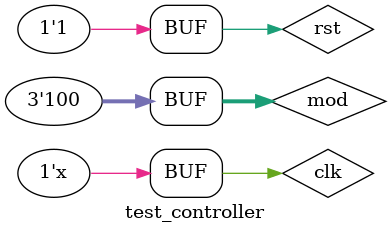
<source format=v>
`timescale 1ns / 1ps


module test_controller;
    reg clk, rst;
    reg [2:0] mod;
    wire [3:0] weight_addr;
    wire process_enable;
    
    initial begin
        clk <= 0; rst <= 1;
        
        #40 rst <= 0;
        #200 rst <= 1;
        #2000 mod = 3'b001;
        #3000 mod = 3'b010;
        #3000 mod = 3'b100;
    end
    
    always #(40) clk <= ~clk;
    
    controller c0(clk, rst, mod, weight_in_valid, weight_addr, process_enable);
endmodule

</source>
